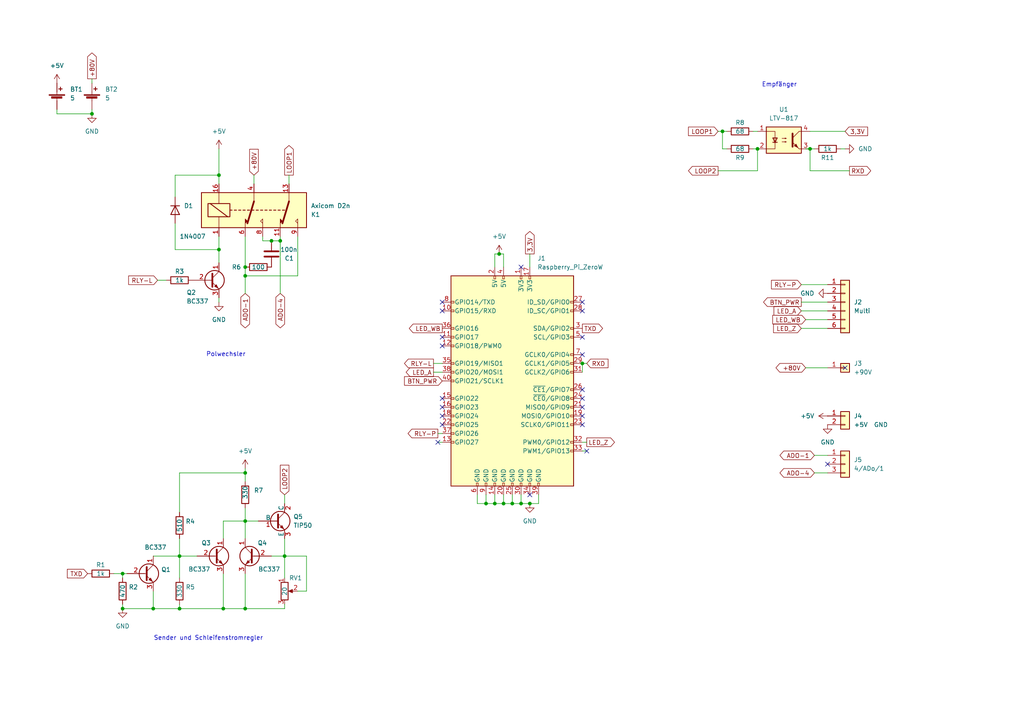
<source format=kicad_sch>
(kicad_sch (version 20231120) (generator "eeschema") (generator_version "8.0")
  (paper "A4")
  (lib_symbols
    (symbol "+5V_1" (power) (pin_numbers hide) (pin_names (offset 0) hide)
      (property "Value" "+5V" (at 0 3.556 0))
      (symbol "+5V_1_0_1"
        (polyline (pts (xy -0.762 1.27) (xy 0 2.54)))
        (polyline (pts (xy 0 0) (xy 0 2.54)))
        (polyline (pts (xy 0 2.54) (xy 0.762 1.27)))
      )
      (symbol "+5V_1_1_1"
        (pin power_in line (at 0 0 90) (length 0) (name "~") (number "1"))
      )
    )
    (symbol "Connector:Raspberry_Pi_2_3" (pin_names (offset 1.016))
      (property "Reference" "J" (at -17.78 31.75 0))
      (property "Value" "Raspberry_Pi_2_3" (at 10.16 -31.75 0))
      (symbol "Raspberry_Pi_2_3_0_1"
        (rectangle (start -17.78 30.48) (end 17.78 -30.48) (stroke (width 0.254)) (fill (type background)))
      )
      (symbol "Raspberry_Pi_2_3_1_1"
        (rectangle (start -16.891 -17.526) (end -17.78 -18.034))
        (rectangle (start -16.891 -14.986) (end -17.78 -15.494))
        (rectangle (start -16.891 -12.446) (end -17.78 -12.954))
        (rectangle (start -16.891 -9.906) (end -17.78 -10.414))
        (rectangle (start -16.891 -7.366) (end -17.78 -7.874))
        (rectangle (start -16.891 -4.826) (end -17.78 -5.334))
        (rectangle (start -16.891 0.254) (end -17.78 -0.254))
        (rectangle (start -16.891 2.794) (end -17.78 2.286))
        (rectangle (start -16.891 5.334) (end -17.78 4.826))
        (rectangle (start -16.891 10.414) (end -17.78 9.906))
        (rectangle (start -16.891 12.954) (end -17.78 12.446))
        (rectangle (start -16.891 15.494) (end -17.78 14.986))
        (rectangle (start -16.891 20.574) (end -17.78 20.066))
        (rectangle (start -16.891 23.114) (end -17.78 22.606))
        (rectangle (start -10.414 -29.591) (end -9.906 -30.48))
        (rectangle (start -7.874 -29.591) (end -7.366 -30.48))
        (rectangle (start -5.334 -29.591) (end -4.826 -30.48))
        (rectangle (start -5.334 30.48) (end -4.826 29.591))
        (rectangle (start -2.794 -29.591) (end -2.286 -30.48))
        (rectangle (start -2.794 30.48) (end -2.286 29.591))
        (rectangle (start -0.254 -29.591) (end 0.254 -30.48))
        (rectangle (start 2.286 -29.591) (end 2.794 -30.48))
        (rectangle (start 2.286 30.48) (end 2.794 29.591))
        (rectangle (start 4.826 -29.591) (end 5.334 -30.48))
        (rectangle (start 4.826 30.48) (end 5.334 29.591))
        (rectangle (start 7.366 -29.591) (end 7.874 -30.48))
        (rectangle (start 17.78 -20.066) (end 16.891 -20.574))
        (rectangle (start 17.78 -17.526) (end 16.891 -18.034))
        (rectangle (start 17.78 -12.446) (end 16.891 -12.954))
        (rectangle (start 17.78 -9.906) (end 16.891 -10.414))
        (rectangle (start 17.78 -7.366) (end 16.891 -7.874))
        (rectangle (start 17.78 -4.826) (end 16.891 -5.334))
        (rectangle (start 17.78 -2.286) (end 16.891 -2.794))
        (rectangle (start 17.78 2.794) (end 16.891 2.286))
        (rectangle (start 17.78 5.334) (end 16.891 4.826))
        (rectangle (start 17.78 7.874) (end 16.891 7.366))
        (rectangle (start 17.78 12.954) (end 16.891 12.446))
        (rectangle (start 17.78 15.494) (end 16.891 14.986))
        (rectangle (start 17.78 20.574) (end 16.891 20.066))
        (rectangle (start 17.78 23.114) (end 16.891 22.606))
        (pin power_in line (at 2.54 33.02 270) (length 2.54) (name "3V3") (number "1"))
        (pin bidirectional line (at -20.32 20.32 0) (length 2.54) (name "GPIO15/RXD") (number "10"))
        (pin bidirectional line (at -20.32 12.7 0) (length 2.54) (name "GPIO17") (number "11"))
        (pin bidirectional line (at -20.32 10.16 0) (length 2.54) (name "GPIO18/PWM0") (number "12"))
        (pin bidirectional line (at -20.32 -17.78 0) (length 2.54) (name "GPIO27") (number "13"))
        (pin power_in line (at -5.08 -33.02 90) (length 2.54) (name "GND") (number "14"))
        (pin bidirectional line (at -20.32 -5.08 0) (length 2.54) (name "GPIO22") (number "15"))
        (pin bidirectional line (at -20.32 -7.62 0) (length 2.54) (name "GPIO23") (number "16"))
        (pin power_in line (at 5.08 33.02 270) (length 2.54) (name "3V3") (number "17"))
        (pin bidirectional line (at -20.32 -10.16 0) (length 2.54) (name "GPIO24") (number "18"))
        (pin bidirectional line (at 20.32 -10.16 180) (length 2.54) (name "MOSI0/GPIO10") (number "19"))
        (pin power_in line (at -5.08 33.02 270) (length 2.54) (name "5V") (number "2"))
        (pin power_in line (at -2.54 -33.02 90) (length 2.54) (name "GND") (number "20"))
        (pin bidirectional line (at 20.32 -7.62 180) (length 2.54) (name "MISO0/GPIO9") (number "21"))
        (pin bidirectional line (at -20.32 -12.7 0) (length 2.54) (name "GPIO25") (number "22"))
        (pin bidirectional line (at 20.32 -12.7 180) (length 2.54) (name "SCLK0/GPIO11") (number "23"))
        (pin bidirectional line (at 20.32 -5.08 180) (length 2.54) (name "~{CE0}/GPIO8") (number "24"))
        (pin power_in line (at 0 -33.02 90) (length 2.54) (name "GND") (number "25"))
        (pin bidirectional line (at 20.32 -2.54 180) (length 2.54) (name "~{CE1}/GPIO7") (number "26"))
        (pin bidirectional line (at 20.32 22.86 180) (length 2.54) (name "ID_SD/GPIO0") (number "27"))
        (pin bidirectional line (at 20.32 20.32 180) (length 2.54) (name "ID_SC/GPIO1") (number "28"))
        (pin bidirectional line (at 20.32 5.08 180) (length 2.54) (name "GCLK1/GPIO5") (number "29"))
        (pin bidirectional line (at 20.32 15.24 180) (length 2.54) (name "SDA/GPIO2") (number "3"))
        (pin power_in line (at 2.54 -33.02 90) (length 2.54) (name "GND") (number "30"))
        (pin bidirectional line (at 20.32 2.54 180) (length 2.54) (name "GCLK2/GPIO6") (number "31"))
        (pin bidirectional line (at 20.32 -17.78 180) (length 2.54) (name "PWM0/GPIO12") (number "32"))
        (pin bidirectional line (at 20.32 -20.32 180) (length 2.54) (name "PWM1/GPIO13") (number "33"))
        (pin power_in line (at 5.08 -33.02 90) (length 2.54) (name "GND") (number "34"))
        (pin bidirectional line (at -20.32 5.08 0) (length 2.54) (name "GPIO19/MISO1") (number "35"))
        (pin bidirectional line (at -20.32 15.24 0) (length 2.54) (name "GPIO16") (number "36"))
        (pin bidirectional line (at -20.32 -15.24 0) (length 2.54) (name "GPIO26") (number "37"))
        (pin bidirectional line (at -20.32 2.54 0) (length 2.54) (name "GPIO20/MOSI1") (number "38"))
        (pin power_in line (at 7.62 -33.02 90) (length 2.54) (name "GND") (number "39"))
        (pin power_in line (at -2.54 33.02 270) (length 2.54) (name "5V") (number "4"))
        (pin bidirectional line (at -20.32 0 0) (length 2.54) (name "GPIO21/SCLK1") (number "40"))
        (pin bidirectional line (at 20.32 12.7 180) (length 2.54) (name "SCL/GPIO3") (number "5"))
        (pin power_in line (at -10.16 -33.02 90) (length 2.54) (name "GND") (number "6"))
        (pin bidirectional line (at 20.32 7.62 180) (length 2.54) (name "GCLK0/GPIO4") (number "7"))
        (pin bidirectional line (at -20.32 22.86 0) (length 2.54) (name "GPIO14/TXD") (number "8"))
        (pin power_in line (at -7.62 -33.02 90) (length 2.54) (name "GND") (number "9"))
      )
    )
    (symbol "Connector_Generic:Conn_01x01" (pin_names (offset 1.016) hide)
      (property "Reference" "J" (at 0 2.54 0))
      (property "Value" "Conn_01x01" (at 0 -2.54 0))
      (symbol "Conn_01x01_1_1"
        (rectangle (start -1.27 0.127) (end 0 -0.127) (stroke (width 0.1524)))
        (rectangle (start -1.27 1.27) (end 1.27 -1.27) (stroke (width 0.254)) (fill (type background)))
        (pin passive line (at -5.08 0 0) (length 3.81) (name "Pin_1") (number "1"))
      )
    )
    (symbol "Connector_Generic:Conn_01x02" (pin_names (offset 1.016) hide)
      (property "Reference" "J" (at 0 2.54 0))
      (property "Value" "Conn_01x02" (at 0 -5.08 0))
      (symbol "Conn_01x02_1_1"
        (rectangle (start -1.27 -2.413) (end 0 -2.667) (stroke (width 0.1524)))
        (rectangle (start -1.27 0.127) (end 0 -0.127) (stroke (width 0.1524)))
        (rectangle (start -1.27 1.27) (end 1.27 -3.81) (stroke (width 0.254)) (fill (type background)))
        (pin passive line (at -5.08 0 0) (length 3.81) (name "Pin_1") (number "1"))
        (pin passive line (at -5.08 -2.54 0) (length 3.81) (name "Pin_2") (number "2"))
      )
    )
    (symbol "Connector_Generic:Conn_01x03" (pin_names (offset 1.016) hide)
      (property "Reference" "J" (at 0 5.08 0))
      (property "Value" "Conn_01x03" (at 0 -5.08 0))
      (symbol "Conn_01x03_1_1"
        (rectangle (start -1.27 -2.413) (end 0 -2.667) (stroke (width 0.1524)))
        (rectangle (start -1.27 0.127) (end 0 -0.127) (stroke (width 0.1524)))
        (rectangle (start -1.27 2.667) (end 0 2.413) (stroke (width 0.1524)))
        (rectangle (start -1.27 3.81) (end 1.27 -3.81) (stroke (width 0.254)) (fill (type background)))
        (pin passive line (at -5.08 2.54 0) (length 3.81) (name "Pin_1") (number "1"))
        (pin passive line (at -5.08 0 0) (length 3.81) (name "Pin_2") (number "2"))
        (pin passive line (at -5.08 -2.54 0) (length 3.81) (name "Pin_3") (number "3"))
      )
    )
    (symbol "Connector_Generic:Conn_01x06" (pin_names (offset 1.016) hide)
      (property "Reference" "J" (at 0 7.62 0))
      (property "Value" "Conn_01x06" (at 0 -10.16 0))
      (symbol "Conn_01x06_1_1"
        (rectangle (start -1.27 -7.493) (end 0 -7.747) (stroke (width 0.1524)))
        (rectangle (start -1.27 -4.953) (end 0 -5.207) (stroke (width 0.1524)))
        (rectangle (start -1.27 -2.413) (end 0 -2.667) (stroke (width 0.1524)))
        (rectangle (start -1.27 0.127) (end 0 -0.127) (stroke (width 0.1524)))
        (rectangle (start -1.27 2.667) (end 0 2.413) (stroke (width 0.1524)))
        (rectangle (start -1.27 5.207) (end 0 4.953) (stroke (width 0.1524)))
        (rectangle (start -1.27 6.35) (end 1.27 -8.89) (stroke (width 0.254)) (fill (type background)))
        (pin passive line (at -5.08 5.08 0) (length 3.81) (name "Pin_1") (number "1"))
        (pin passive line (at -5.08 2.54 0) (length 3.81) (name "Pin_2") (number "2"))
        (pin passive line (at -5.08 0 0) (length 3.81) (name "Pin_3") (number "3"))
        (pin passive line (at -5.08 -2.54 0) (length 3.81) (name "Pin_4") (number "4"))
        (pin passive line (at -5.08 -5.08 0) (length 3.81) (name "Pin_5") (number "5"))
        (pin passive line (at -5.08 -7.62 0) (length 3.81) (name "Pin_6") (number "6"))
      )
    )
    (symbol "Device:Battery_Cell" (pin_numbers hide) (pin_names (offset 0) hide)
      (property "Reference" "BT" (at 2.54 2.54 0))
      (property "Value" "Battery_Cell" (at 2.54 0 0))
      (symbol "Battery_Cell_0_1"
        (rectangle (start -2.286 1.778) (end 2.286 1.524) (fill (type outline)))
        (rectangle (start -1.5748 1.1938) (end 1.4732 0.6858) (fill (type outline)))
        (polyline (pts (xy 0 0.762) (xy 0 0)))
        (polyline (pts (xy 0 1.778) (xy 0 2.54)))
        (polyline (pts (xy 0.508 3.429) (xy 1.524 3.429)) (stroke (width 0.254)))
        (polyline (pts (xy 1.016 3.937) (xy 1.016 2.921)) (stroke (width 0.254)))
      )
      (symbol "Battery_Cell_1_1"
        (pin passive line (at 0 5.08 270) (length 2.54) (name "+") (number "1"))
        (pin passive line (at 0 -2.54 90) (length 2.54) (name "-") (number "2"))
      )
    )
    (symbol "Device:C" (pin_numbers hide) (pin_names (offset 0.254))
      (property "Reference" "C" (at 0.635 2.54 0))
      (property "Value" "C" (at 0.635 -2.54 0))
      (symbol "C_0_1"
        (polyline (pts (xy -2.032 -0.762) (xy 2.032 -0.762)) (stroke (width 0.508)))
        (polyline (pts (xy -2.032 0.762) (xy 2.032 0.762)) (stroke (width 0.508)))
      )
      (symbol "C_1_1"
        (pin passive line (at 0 3.81 270) (length 2.794) (name "~") (number "1"))
        (pin passive line (at 0 -3.81 90) (length 2.794) (name "~") (number "2"))
      )
    )
    (symbol "Device:R" (pin_numbers hide) (pin_names (offset 0))
      (property "Reference" "R" (at 2.032 0 90))
      (property "Value" "R" (at 0 0 90))
      (symbol "R_0_1"
        (rectangle (start -1.016 -2.54) (end 1.016 2.54) (stroke (width 0.254)))
      )
      (symbol "R_1_1"
        (pin passive line (at 0 3.81 270) (length 1.27) (name "~") (number "1"))
        (pin passive line (at 0 -3.81 90) (length 1.27) (name "~") (number "2"))
      )
    )
    (symbol "Device:R_Potentiometer" (pin_names (offset 1.016) hide)
      (property "Reference" "RV" (at -4.445 0 90))
      (property "Value" "R_Potentiometer" (at -2.54 0 90))
      (symbol "R_Potentiometer_0_1"
        (polyline (pts (xy 2.54 0) (xy 1.524 0)))
        (polyline (pts (xy 1.143 0) (xy 2.286 0.508) (xy 2.286 -0.508) (xy 1.143 0)) (fill (type outline)))
        (rectangle (start 1.016 2.54) (end -1.016 -2.54) (stroke (width 0.254)))
      )
      (symbol "R_Potentiometer_1_1"
        (pin passive line (at 0 3.81 270) (length 1.27) (name "1") (number "1"))
        (pin passive line (at 3.81 0 180) (length 1.27) (name "2") (number "2"))
        (pin passive line (at 0 -3.81 90) (length 1.27) (name "3") (number "3"))
      )
    )
    (symbol "Diode:1N4007" (pin_numbers hide) (pin_names (offset 1.016) hide)
      (property "Reference" "D" (at 0 2.54 0))
      (property "Value" "1N4007" (at 0 -2.54 0))
      (symbol "1N4007_0_1"
        (polyline (pts (xy -1.27 1.27) (xy -1.27 -1.27)) (stroke (width 0.254)))
        (polyline (pts (xy 1.27 0) (xy -1.27 0)))
        (polyline (pts (xy 1.27 1.27) (xy 1.27 -1.27) (xy -1.27 0) (xy 1.27 1.27)) (stroke (width 0.254)))
      )
      (symbol "1N4007_1_1"
        (pin passive line (at -3.81 0 0) (length 2.54) (name "K") (number "1"))
        (pin passive line (at 3.81 0 180) (length 2.54) (name "A") (number "2"))
      )
    )
    (symbol "GND_1" (power) (pin_numbers hide) (pin_names (offset 0) hide)
      (property "Value" "GND" (at 0 -3.81 0))
      (symbol "GND_1_0_1"
        (polyline (pts (xy 0 0) (xy 0 -1.27) (xy 1.27 -1.27) (xy 0 -2.54) (xy -1.27 -1.27) (xy 0 -1.27)))
      )
      (symbol "GND_1_1_1"
        (pin power_in line (at 0 0 270) (length 0) (name "~") (number "1"))
      )
    )
    (symbol "Isolator:LTV-817" (pin_names (offset 1.016))
      (property "Reference" "U" (at -5.08 5.08 0))
      (property "Value" "LTV-817" (at 0 5.08 0))
      (symbol "LTV-817_0_1"
        (rectangle (start -5.08 3.81) (end 5.08 -3.81) (stroke (width 0.254)) (fill (type background)))
        (polyline (pts (xy -3.175 -0.635) (xy -1.905 -0.635)) (stroke (width 0.254)))
        (polyline (pts (xy 2.54 0.635) (xy 4.445 2.54)))
        (polyline (pts (xy 4.445 -2.54) (xy 2.54 -0.635)) (fill (type outline)))
        (polyline (pts (xy 4.445 -2.54) (xy 5.08 -2.54)))
        (polyline (pts (xy 4.445 2.54) (xy 5.08 2.54)))
        (polyline (pts (xy -5.08 2.54) (xy -2.54 2.54) (xy -2.54 -0.762)))
        (polyline (pts (xy -2.54 -0.635) (xy -2.54 -2.54) (xy -5.08 -2.54)))
        (polyline (pts (xy 2.54 1.905) (xy 2.54 -1.905) (xy 2.54 -1.905)) (stroke (width 0.508)))
        (polyline (pts (xy -2.54 -0.635) (xy -3.175 0.635) (xy -1.905 0.635) (xy -2.54 -0.635)) (stroke (width 0.254)))
        (polyline (pts (xy -0.508 -0.508) (xy 0.762 -0.508) (xy 0.381 -0.635) (xy 0.381 -0.381) (xy 0.762 -0.508)))
        (polyline (pts (xy -0.508 0.508) (xy 0.762 0.508) (xy 0.381 0.381) (xy 0.381 0.635) (xy 0.762 0.508)))
        (polyline (pts (xy 3.048 -1.651) (xy 3.556 -1.143) (xy 4.064 -2.159) (xy 3.048 -1.651) (xy 3.048 -1.651)) (fill (type outline)))
      )
      (symbol "LTV-817_1_1"
        (pin passive line (at -7.62 2.54 0) (length 2.54) (name "~") (number "1"))
        (pin passive line (at -7.62 -2.54 0) (length 2.54) (name "~") (number "2"))
        (pin passive line (at 7.62 -2.54 180) (length 2.54) (name "~") (number "3"))
        (pin passive line (at 7.62 2.54 180) (length 2.54) (name "~") (number "4"))
      )
    )
    (symbol "Relay:G5V-2"
      (property "Reference" "K" (at 16.51 3.81 0))
      (property "Value" "G5V-2" (at 16.51 1.27 0))
      (symbol "G5V-2_0_1"
        (rectangle (start -15.24 5.08) (end 15.24 -5.08) (stroke (width 0.254)) (fill (type background)))
        (rectangle (start -13.335 1.905) (end -6.985 -1.905) (stroke (width 0.254)))
        (polyline (pts (xy -12.7 -1.905) (xy -7.62 1.905)) (stroke (width 0.254)))
        (polyline (pts (xy -10.16 -5.08) (xy -10.16 -1.905)))
        (polyline (pts (xy -10.16 5.08) (xy -10.16 1.905)))
        (polyline (pts (xy -6.985 0) (xy -6.35 0)) (stroke (width 0.254)))
        (polyline (pts (xy -5.715 0) (xy -5.08 0)) (stroke (width 0.254)))
        (polyline (pts (xy -4.445 0) (xy -3.81 0)) (stroke (width 0.254)))
        (polyline (pts (xy -3.175 0) (xy -2.54 0)) (stroke (width 0.254)))
        (polyline (pts (xy -1.905 0) (xy -1.27 0)) (stroke (width 0.254)))
        (polyline (pts (xy -0.635 0) (xy 0 0)) (stroke (width 0.254)))
        (polyline (pts (xy 0 -2.54) (xy -1.905 3.81)) (stroke (width 0.508)))
        (polyline (pts (xy 0 -2.54) (xy 0 -5.08)))
        (polyline (pts (xy 0.635 0) (xy 1.27 0)) (stroke (width 0.254)))
        (polyline (pts (xy 1.905 0) (xy 2.54 0)) (stroke (width 0.254)))
        (polyline (pts (xy 3.175 0) (xy 3.81 0)) (stroke (width 0.254)))
        (polyline (pts (xy 4.445 0) (xy 5.08 0)) (stroke (width 0.254)))
        (polyline (pts (xy 5.715 0) (xy 6.35 0)) (stroke (width 0.254)))
        (polyline (pts (xy 6.985 0) (xy 7.62 0)) (stroke (width 0.254)))
        (polyline (pts (xy 8.255 0) (xy 8.89 0)) (stroke (width 0.254)))
        (polyline (pts (xy 10.16 -2.54) (xy 8.255 3.81)) (stroke (width 0.508)))
        (polyline (pts (xy 10.16 -2.54) (xy 10.16 -5.08)))
        (polyline (pts (xy -2.54 5.08) (xy -2.54 2.54) (xy -1.905 3.175) (xy -2.54 3.81)) (fill (type outline)))
        (polyline (pts (xy 2.54 5.08) (xy 2.54 2.54) (xy 1.905 3.175) (xy 2.54 3.81)))
        (polyline (pts (xy 7.62 5.08) (xy 7.62 2.54) (xy 8.255 3.175) (xy 7.62 3.81)) (fill (type outline)))
        (polyline (pts (xy 12.7 5.08) (xy 12.7 2.54) (xy 12.065 3.175) (xy 12.7 3.81)))
      )
      (symbol "G5V-2_1_1"
        (pin passive line (at -10.16 7.62 270) (length 2.54) (name "~") (number "1"))
        (pin passive line (at 7.62 7.62 270) (length 2.54) (name "~") (number "11"))
        (pin passive line (at 10.16 -7.62 90) (length 2.54) (name "~") (number "13"))
        (pin passive line (at -10.16 -7.62 90) (length 2.54) (name "~") (number "16"))
        (pin passive line (at 0 -7.62 90) (length 2.54) (name "~") (number "4"))
        (pin passive line (at -2.54 7.62 270) (length 2.54) (name "~") (number "6"))
        (pin passive line (at 2.54 7.62 270) (length 2.54) (name "~") (number "8"))
        (pin passive line (at 12.7 7.62 270) (length 2.54) (name "~") (number "9"))
      )
    )
    (symbol "Transistor_BJT:BC337" (pin_names (offset 0) hide)
      (property "Reference" "Q" (at 5.08 1.905 0))
      (property "Value" "BC337" (at 5.08 0 0))
      (symbol "BC337_0_1"
        (polyline (pts (xy 0 0) (xy 0.635 0)))
        (polyline (pts (xy 0.635 0.635) (xy 2.54 2.54)))
        (polyline (pts (xy 0.635 -0.635) (xy 2.54 -2.54) (xy 2.54 -2.54)))
        (polyline (pts (xy 0.635 1.905) (xy 0.635 -1.905) (xy 0.635 -1.905)) (stroke (width 0.508)))
        (polyline (pts (xy 1.27 -1.778) (xy 1.778 -1.27) (xy 2.286 -2.286) (xy 1.27 -1.778) (xy 1.27 -1.778)) (fill (type outline)))
        (circle (center 1.27 0) (radius 2.8194) (stroke (width 0.254)))
      )
      (symbol "BC337_1_1"
        (pin passive line (at 2.54 5.08 270) (length 2.54) (name "C") (number "1"))
        (pin input line (at -5.08 0 0) (length 5.08) (name "B") (number "2"))
        (pin passive line (at 2.54 -5.08 90) (length 2.54) (name "E") (number "3"))
      )
    )
    (symbol "Transistor_BJT:TIP41C" (pin_names (offset 0))
      (property "Reference" "Q" (at 6.35 1.905 0))
      (property "Value" "TIP41C" (at 6.35 0 0))
      (symbol "TIP41C_0_1"
        (polyline (pts (xy 0.635 0.635) (xy 2.54 2.54)))
        (polyline (pts (xy 0.635 -0.635) (xy 2.54 -2.54) (xy 2.54 -2.54)))
        (polyline (pts (xy 0.635 1.905) (xy 0.635 -1.905) (xy 0.635 -1.905)) (stroke (width 0.508)))
        (polyline (pts (xy 1.27 -1.778) (xy 1.778 -1.27) (xy 2.286 -2.286) (xy 1.27 -1.778) (xy 1.27 -1.778)) (fill (type outline)))
        (circle (center 1.27 0) (radius 2.8194) (stroke (width 0.254)))
      )
      (symbol "TIP41C_1_1"
        (pin input line (at -5.08 0 0) (length 5.715) (name "B") (number "1"))
        (pin passive line (at 2.54 5.08 270) (length 2.54) (name "C") (number "2"))
        (pin passive line (at 2.54 -5.08 90) (length 2.54) (name "E") (number "3"))
      )
    )
    (symbol "power:+5V" (power) (pin_names (offset 0))
      (property "Value" "+5V" (at 0 3.556 0))
      (symbol "+5V_0_1"
        (polyline (pts (xy -0.762 1.27) (xy 0 2.54)))
        (polyline (pts (xy 0 0) (xy 0 2.54)))
        (polyline (pts (xy 0 2.54) (xy 0.762 1.27)))
      )
      (symbol "+5V_1_1"
        (pin power_in line (at 0 0 90) (length 0) hide (name "+5V") (number "1"))
      )
    )
    (symbol "power:GND" (power) (pin_names (offset 0))
      (property "Value" "GND" (at 0 -3.81 0))
      (symbol "GND_0_1"
        (polyline (pts (xy 0 0) (xy 0 -1.27) (xy 1.27 -1.27) (xy 0 -2.54) (xy -1.27 -1.27) (xy 0 -1.27)))
      )
      (symbol "GND_1_1"
        (pin power_in line (at 0 0 270) (length 0) hide (name "GND") (number "1"))
      )
    )
  )
  (junction (at 52.07 161.29))
  (junction (at 71.12 137.16))
  (junction (at 35.56 176.53))
  (junction (at 234.95 43.18))
  (junction (at 153.67 146.05))
  (junction (at 82.55 161.29))
  (junction (at 78.74 69.85))
  (junction (at 143.51 146.05))
  (junction (at 63.5 72.39))
  (junction (at 35.56 166.37))
  (junction (at 151.13 146.05))
  (junction (at 63.5 50.8))
  (junction (at 168.91 105.41))
  (junction (at 144.78 73.66))
  (junction (at 140.97 146.05))
  (junction (at 81.28 69.85))
  (junction (at 71.12 176.53))
  (junction (at 26.67 33.02))
  (junction (at 148.59 146.05))
  (junction (at 71.12 80.01))
  (junction (at 71.12 151.13))
  (junction (at 146.05 146.05))
  (junction (at 209.55 38.1))
  (junction (at 71.12 77.47))
  (junction (at 52.07 176.53))
  (junction (at 44.45 176.53))
  (junction (at 219.71 43.18))
  (junction (at 64.77 176.53))
  (no_connect (at 240.03 134.62))
  (no_connect (at 170.18 130.81))
  (no_connect (at 128.27 97.79))
  (no_connect (at 128.27 115.57))
  (no_connect (at 245.11 106.68))
  (no_connect (at 151.13 77.47))
  (no_connect (at 153.67 143.51))
  (no_connect (at 127 128.27))
  (no_connect (at 168.91 90.17))
  (no_connect (at 168.91 97.79))
  (no_connect (at 168.91 102.87))
  (no_connect (at 168.91 87.63))
  (no_connect (at 128.27 100.33))
  (no_connect (at 128.27 123.19))
  (no_connect (at 128.27 120.65))
  (no_connect (at 168.91 113.03))
  (no_connect (at 168.91 115.57))
  (no_connect (at 168.91 118.11))
  (no_connect (at 168.91 120.65))
  (no_connect (at 168.91 123.19))
  (no_connect (at 128.27 87.63))
  (no_connect (at 128.27 90.17))
  (no_connect (at 128.27 118.11))
  (wire (pts (xy 33.02 166.37) (xy 35.56 166.37)))
  (wire (pts (xy 71.12 151.13) (xy 71.12 156.21)))
  (wire (pts (xy 236.22 132.08) (xy 240.03 132.08)))
  (wire (pts (xy 64.77 176.53) (xy 71.12 176.53)))
  (wire (pts (xy 146.05 143.51) (xy 146.05 146.05)))
  (wire (pts (xy 63.5 50.8) (xy 63.5 53.34)))
  (wire (pts (xy 127 125.73) (xy 128.27 125.73)))
  (wire (pts (xy 208.28 38.1) (xy 209.55 38.1)))
  (wire (pts (xy 73.66 53.34) (xy 73.66 50.8)))
  (wire (pts (xy 232.41 90.17) (xy 240.03 90.17)))
  (wire (pts (xy 26.67 22.86) (xy 26.67 24.13)))
  (wire (pts (xy 16.51 33.02) (xy 26.67 33.02)))
  (wire (pts (xy 143.51 73.66) (xy 144.78 73.66)))
  (wire (pts (xy 83.82 53.34) (xy 83.82 50.8)))
  (wire (pts (xy 71.12 77.47) (xy 71.12 68.58)))
  (wire (pts (xy 209.55 43.18) (xy 210.82 43.18)))
  (wire (pts (xy 140.97 143.51) (xy 140.97 146.05)))
  (wire (pts (xy 148.59 143.51) (xy 148.59 146.05)))
  (wire (pts (xy 81.28 85.09) (xy 81.28 69.85)))
  (wire (pts (xy 168.91 130.81) (xy 170.18 130.81)))
  (wire (pts (xy 233.68 106.68) (xy 240.03 106.68)))
  (wire (pts (xy 234.95 38.1) (xy 245.11 38.1)))
  (wire (pts (xy 218.44 38.1) (xy 219.71 38.1)))
  (wire (pts (xy 63.5 86.36) (xy 63.5 87.63)))
  (wire (pts (xy 35.56 166.37) (xy 36.83 166.37)))
  (wire (pts (xy 52.07 167.64) (xy 52.07 161.29)))
  (wire (pts (xy 71.12 166.37) (xy 71.12 176.53)))
  (wire (pts (xy 218.44 43.18) (xy 219.71 43.18)))
  (wire (pts (xy 219.71 49.53) (xy 208.28 49.53)))
  (wire (pts (xy 236.22 137.16) (xy 240.03 137.16)))
  (wire (pts (xy 45.72 81.28) (xy 48.26 81.28)))
  (wire (pts (xy 71.12 137.16) (xy 71.12 139.7)))
  (wire (pts (xy 50.8 50.8) (xy 50.8 57.15)))
  (wire (pts (xy 209.55 38.1) (xy 209.55 43.18)))
  (wire (pts (xy 35.56 175.26) (xy 35.56 176.53)))
  (wire (pts (xy 138.43 143.51) (xy 138.43 146.05)))
  (wire (pts (xy 146.05 73.66) (xy 146.05 77.47)))
  (wire (pts (xy 63.5 68.58) (xy 63.5 72.39)))
  (wire (pts (xy 71.12 176.53) (xy 82.55 176.53)))
  (wire (pts (xy 63.5 72.39) (xy 63.5 76.2)))
  (wire (pts (xy 71.12 80.01) (xy 71.12 77.47)))
  (wire (pts (xy 233.68 92.71) (xy 240.03 92.71)))
  (wire (pts (xy 76.2 68.58) (xy 76.2 69.85)))
  (wire (pts (xy 146.05 146.05) (xy 148.59 146.05)))
  (wire (pts (xy 234.95 43.18) (xy 234.95 49.53)))
  (wire (pts (xy 153.67 146.05) (xy 156.21 146.05)))
  (wire (pts (xy 156.21 143.51) (xy 156.21 146.05)))
  (wire (pts (xy 140.97 146.05) (xy 143.51 146.05)))
  (wire (pts (xy 52.07 161.29) (xy 57.15 161.29)))
  (wire (pts (xy 153.67 73.66) (xy 153.67 77.47)))
  (wire (pts (xy 243.84 43.18) (xy 245.11 43.18)))
  (wire (pts (xy 232.41 87.63) (xy 240.03 87.63)))
  (wire (pts (xy 88.9 161.29) (xy 82.55 161.29)))
  (wire (pts (xy 71.12 85.09) (xy 71.12 80.01)))
  (wire (pts (xy 234.95 49.53) (xy 246.38 49.53)))
  (wire (pts (xy 71.12 151.13) (xy 74.93 151.13)))
  (wire (pts (xy 144.78 73.66) (xy 146.05 73.66)))
  (wire (pts (xy 76.2 69.85) (xy 78.74 69.85)))
  (wire (pts (xy 52.07 161.29) (xy 44.45 161.29)))
  (wire (pts (xy 52.07 156.21) (xy 52.07 161.29)))
  (wire (pts (xy 232.41 82.55) (xy 240.03 82.55)))
  (wire (pts (xy 52.07 137.16) (xy 71.12 137.16)))
  (wire (pts (xy 78.74 161.29) (xy 82.55 161.29)))
  (wire (pts (xy 81.28 69.85) (xy 81.28 68.58)))
  (wire (pts (xy 219.71 43.18) (xy 219.71 49.53)))
  (wire (pts (xy 63.5 50.8) (xy 50.8 50.8)))
  (wire (pts (xy 82.55 156.21) (xy 82.55 161.29)))
  (wire (pts (xy 143.51 146.05) (xy 146.05 146.05)))
  (wire (pts (xy 71.12 80.01) (xy 86.36 80.01)))
  (wire (pts (xy 52.07 176.53) (xy 44.45 176.53)))
  (wire (pts (xy 64.77 151.13) (xy 64.77 156.21)))
  (wire (pts (xy 52.07 137.16) (xy 52.07 148.59)))
  (wire (pts (xy 86.36 171.45) (xy 88.9 171.45)))
  (wire (pts (xy 71.12 135.89) (xy 71.12 137.16)))
  (wire (pts (xy 82.55 143.51) (xy 82.55 146.05)))
  (wire (pts (xy 168.91 105.41) (xy 170.18 105.41)))
  (wire (pts (xy 127 128.27) (xy 128.27 128.27)))
  (wire (pts (xy 168.91 105.41) (xy 168.91 107.95)))
  (wire (pts (xy 64.77 166.37) (xy 64.77 176.53)))
  (wire (pts (xy 125.73 107.95) (xy 128.27 107.95)))
  (wire (pts (xy 50.8 72.39) (xy 63.5 72.39)))
  (wire (pts (xy 82.55 175.26) (xy 82.55 176.53)))
  (wire (pts (xy 26.67 31.75) (xy 26.67 33.02)))
  (wire (pts (xy 64.77 151.13) (xy 71.12 151.13)))
  (wire (pts (xy 16.51 33.02) (xy 16.51 31.75)))
  (wire (pts (xy 35.56 176.53) (xy 44.45 176.53)))
  (wire (pts (xy 63.5 43.18) (xy 63.5 50.8)))
  (wire (pts (xy 78.74 69.85) (xy 81.28 69.85)))
  (wire (pts (xy 143.51 77.47) (xy 143.51 73.66)))
  (wire (pts (xy 232.41 95.25) (xy 240.03 95.25)))
  (wire (pts (xy 50.8 64.77) (xy 50.8 72.39)))
  (wire (pts (xy 148.59 146.05) (xy 151.13 146.05)))
  (wire (pts (xy 143.51 143.51) (xy 143.51 146.05)))
  (wire (pts (xy 125.73 105.41) (xy 128.27 105.41)))
  (wire (pts (xy 86.36 80.01) (xy 86.36 68.58)))
  (wire (pts (xy 151.13 146.05) (xy 153.67 146.05)))
  (wire (pts (xy 138.43 146.05) (xy 140.97 146.05)))
  (wire (pts (xy 82.55 161.29) (xy 82.55 167.64)))
  (wire (pts (xy 170.18 128.27) (xy 168.91 128.27)))
  (wire (pts (xy 52.07 176.53) (xy 64.77 176.53)))
  (wire (pts (xy 151.13 143.51) (xy 151.13 146.05)))
  (wire (pts (xy 71.12 147.32) (xy 71.12 151.13)))
  (wire (pts (xy 52.07 175.26) (xy 52.07 176.53)))
  (wire (pts (xy 209.55 38.1) (xy 210.82 38.1)))
  (wire (pts (xy 88.9 161.29) (xy 88.9 171.45)))
  (wire (pts (xy 44.45 171.45) (xy 44.45 176.53)))
  (wire (pts (xy 234.95 43.18) (xy 236.22 43.18)))
  (wire (pts (xy 233.68 43.18) (xy 234.95 43.18)))
  (wire (pts (xy 35.56 167.64) (xy 35.56 166.37)))
  (text "Polwechsler" (at 65.532 102.87 0) (effects (font (size 1.27 1.27))))
  (text "Sender und Schleifenstromregler" (at 60.452 185.166 0) (effects (font (size 1.27 1.27))))
  (text "Empfänger" (at 226.06 24.638 0) (effects (font (size 1.27 1.27))))
  (global_label "LOOP2" (shape input) (at 82.55 143.51 90) (property "Intersheetrefs" "${INTERSHEET_REFS}" (effects (hide yes))) (property "Referenzen zwischen Schaltplänen" "${INTERSHEET_REFS}" (effects (hide yes))))
  (global_label "ADO-1" (shape bidirectional) (at 236.22 132.08 180) (property "Intersheetrefs" "${INTERSHEET_REFS}" (effects (hide yes))) (property "Referenzen zwischen Schaltplänen" "${INTERSHEET_REFS}" (effects (hide yes))))
  (global_label "+80V" (shape output) (at 26.67 22.86 90) (property "Intersheetrefs" "${INTERSHEET_REFS}" (effects (hide yes))) (property "Referenzen zwischen Schaltplänen" "${INTERSHEET_REFS}" (effects (hide yes))))
  (global_label "+80V" (shape input) (at 73.66 50.8 90) (property "Intersheetrefs" "${INTERSHEET_REFS}" (effects (hide yes))) (property "Referenzen zwischen Schaltplänen" "${INTERSHEET_REFS}" (effects (hide yes))))
  (global_label "LOOP1" (shape input) (at 208.28 38.1 180) (property "Intersheetrefs" "${INTERSHEET_REFS}" (effects (hide yes))) (property "Referenzen zwischen Schaltplänen" "${INTERSHEET_REFS}" (effects (hide yes))))
  (global_label "LOOP2" (shape output) (at 208.28 49.53 180) (property "Intersheetrefs" "${INTERSHEET_REFS}" (effects (hide yes))) (property "Referenzen zwischen Schaltplänen" "${INTERSHEET_REFS}" (effects (hide yes))))
  (global_label "LED_Z" (shape input) (at 232.41 95.25 180) (property "Intersheetrefs" "${INTERSHEET_REFS}" (effects (hide yes))) (property "Referenzen zwischen Schaltplänen" "${INTERSHEET_REFS}" (effects (hide yes))))
  (global_label "RLY-P" (shape output) (at 127 125.73 180) (property "Intersheetrefs" "${INTERSHEET_REFS}" (effects (hide yes))) (property "Referenzen zwischen Schaltplänen" "${INTERSHEET_REFS}" (effects (hide yes))))
  (global_label "TXD" (shape input) (at 25.4 166.37 180) (property "Intersheetrefs" "${INTERSHEET_REFS}" (effects (hide yes))) (property "Referenzen zwischen Schaltplänen" "${INTERSHEET_REFS}" (effects (hide yes))))
  (global_label "ADO-1" (shape bidirectional) (at 71.12 85.09 270) (property "Intersheetrefs" "${INTERSHEET_REFS}" (effects (hide yes))) (property "Referenzen zwischen Schaltplänen" "${INTERSHEET_REFS}" (effects (hide yes))))
  (global_label "ADO-4" (shape bidirectional) (at 236.22 137.16 180) (property "Intersheetrefs" "${INTERSHEET_REFS}" (effects (hide yes))) (property "Referenzen zwischen Schaltplänen" "${INTERSHEET_REFS}" (effects (hide yes))))
  (global_label "RXD" (shape output) (at 246.38 49.53 0) (property "Intersheetrefs" "${INTERSHEET_REFS}" (effects (hide yes))) (property "Referenzen zwischen Schaltplänen" "${INTERSHEET_REFS}" (effects (hide yes))))
  (global_label "TXD" (shape output) (at 168.91 95.25 0) (property "Intersheetrefs" "${INTERSHEET_REFS}" (effects (hide yes))) (property "Referenzen zwischen Schaltplänen" "${INTERSHEET_REFS}" (effects (hide yes))))
  (global_label "RLY-L" (shape output) (at 125.73 105.41 180) (property "Intersheetrefs" "${INTERSHEET_REFS}" (effects (hide yes))) (property "Referenzen zwischen Schaltplänen" "${INTERSHEET_REFS}" (effects (hide yes))))
  (global_label "LED_Z" (shape output) (at 170.18 128.27 0) (property "Intersheetrefs" "${INTERSHEET_REFS}" (effects (hide yes))) (property "Referenzen zwischen Schaltplänen" "${INTERSHEET_REFS}" (effects (hide yes))))
  (global_label "RLY-L" (shape input) (at 45.72 81.28 180) (property "Intersheetrefs" "${INTERSHEET_REFS}" (effects (hide yes))) (property "Referenzen zwischen Schaltplänen" "${INTERSHEET_REFS}" (effects (hide yes))))
  (global_label "LED_WB" (shape output) (at 128.27 95.25 180) (property "Intersheetrefs" "${INTERSHEET_REFS}" (effects (hide yes))) (property "Referenzen zwischen Schaltplänen" "${INTERSHEET_REFS}" (effects (hide yes))))
  (global_label "+80V" (shape bidirectional) (at 233.68 106.68 180) (property "Intersheetrefs" "${INTERSHEET_REFS}" (effects (hide yes))))
  (global_label "BTN_PWR" (shape output) (at 232.41 87.63 180) (property "Intersheetrefs" "${INTERSHEET_REFS}" (effects (hide yes))) (property "Referenzen zwischen Schaltplänen" "${INTERSHEET_REFS}" (effects (hide yes))))
  (global_label "RXD" (shape input) (at 170.18 105.41 0) (property "Intersheetrefs" "${INTERSHEET_REFS}" (effects (hide yes))) (property "Referenzen zwischen Schaltplänen" "${INTERSHEET_REFS}" (effects (hide yes))))
  (global_label "LED_WB" (shape input) (at 233.68 92.71 180) (property "Intersheetrefs" "${INTERSHEET_REFS}" (effects (hide yes))) (property "Referenzen zwischen Schaltplänen" "${INTERSHEET_REFS}" (effects (hide yes))))
  (global_label "3,3V" (shape input) (at 245.11 38.1 0) (property "Intersheetrefs" "${INTERSHEET_REFS}" (effects (hide yes))))
  (global_label "LED_A" (shape output) (at 125.73 107.95 180) (property "Intersheetrefs" "${INTERSHEET_REFS}" (effects (hide yes))) (property "Referenzen zwischen Schaltplänen" "${INTERSHEET_REFS}" (effects (hide yes))))
  (global_label "ADO-4" (shape bidirectional) (at 81.28 85.09 270) (property "Intersheetrefs" "${INTERSHEET_REFS}" (effects (hide yes))) (property "Referenzen zwischen Schaltplänen" "${INTERSHEET_REFS}" (effects (hide yes))))
  (global_label "LOOP1" (shape output) (at 83.82 50.8 90) (property "Intersheetrefs" "${INTERSHEET_REFS}" (effects (hide yes))) (property "Referenzen zwischen Schaltplänen" "${INTERSHEET_REFS}" (effects (hide yes))))
  (global_label "LED_A" (shape input) (at 232.41 90.17 180) (property "Intersheetrefs" "${INTERSHEET_REFS}" (effects (hide yes))) (property "Referenzen zwischen Schaltplänen" "${INTERSHEET_REFS}" (effects (hide yes))))
  (global_label "BTN_PWR" (shape input) (at 128.27 110.49 180) (property "Intersheetrefs" "${INTERSHEET_REFS}" (effects (hide yes))) (property "Referenzen zwischen Schaltplänen" "${INTERSHEET_REFS}" (effects (hide yes))))
  (global_label "3,3V" (shape output) (at 153.67 73.66 90) (property "Intersheetrefs" "${INTERSHEET_REFS}" (effects (hide yes))))
  (global_label "RLY-P" (shape input) (at 232.41 82.55 180) (property "Intersheetrefs" "${INTERSHEET_REFS}" (effects (hide yes))) (property "Referenzen zwischen Schaltplänen" "${INTERSHEET_REFS}" (effects (hide yes))))
  (symbol (lib_id "power:GND") (at 26.67 33.02 0) (unit 1)
    (property "Reference" "#PWR02" (effects (hide yes)))
    (property "Value" "GND" (at 26.67 38.1 0))
  )
  (symbol (lib_id "Device:Battery_Cell") (at 16.51 29.21 0) (unit 1) (on_board no)
    (property "Reference" "BT1" (at 20.32 25.9079 0) (effects (justify left)))
    (property "Value" "5" (at 20.32 28.4479 0) (effects (justify left)))
    (property "Sim.Device" "V" (effects (hide yes)))
    (property "Sim.Type" "DC" (effects (hide yes)))
    (property "Sim.Pins" "1=+ 2=-" (effects (hide yes)))
  )
  (symbol (lib_id "Device:R") (at 52.07 81.28 270) (unit 1)
    (property "Reference" "R3" (at 52.07 78.74 90))
    (property "Value" "1k" (at 52.07 81.28 90))
    (property "Footprint" "Resistor_THT:R_Axial_DIN0207_L6.3mm_D2.5mm_P2.54mm_Vertical" (effects (hide yes)))
  )
  (symbol (lib_id "power:+5V") (at 63.5 43.18 0) (unit 1)
    (property "Reference" "#PWR04" (effects (hide yes)))
    (property "Value" "+5V" (at 63.5 38.1 0))
  )
  (symbol (lib_id "Transistor_BJT:BC337") (at 41.91 166.37 0) (unit 1)
    (property "Reference" "Q1" (at 46.7614 165.2016 0) (effects (justify left)))
    (property "Value" "BC337" (at 41.91 158.75 0) (effects (justify left)))
    (property "Footprint" "Package_TO_SOT_THT:TO-92_Inline_Wide" (effects (hide yes)))
    (property "Datasheet" "https://diotec.com/tl_files/diotec/files/pdf/datasheets/bc337.pdf" (effects (hide yes)))
  )
  (symbol (lib_id "power:+5V") (at 16.51 24.13 0) (unit 1)
    (property "Reference" "#PWR01" (effects (hide yes)))
    (property "Value" "+5V" (at 16.51 19.05 0))
  )
  (symbol (lib_id "power:GND") (at 153.67 146.05 0) (unit 1)
    (property "Reference" "#PWR08" (effects (hide yes)))
    (property "Value" "GND" (at 153.67 151.13 0))
  )
  (symbol (lib_id "Connector_Generic:Conn_01x03") (at 245.11 134.62 0) (unit 1)
    (property "Reference" "J5" (at 247.65 133.3499 0) (effects (justify left)))
    (property "Value" "4/ADo/1" (at 247.65 135.8899 0) (effects (justify left)))
    (property "Footprint" "Connector_Molex:Molex_KK-254_AE-6410-03A_1x03_P2.54mm_Vertical" (effects (hide yes)))
    (property "Description" "Generic connector, single row, 01x03, script generated (kicad-library-utils/schlib/autogen/connector/)" (effects (hide yes)))
  )
  (symbol (lib_id "Device:R_Potentiometer") (at 82.55 171.45 0) (unit 1)
    (property "Reference" "RV1" (at 87.63 167.64 0) (effects (justify right)))
    (property "Value" "20" (at 82.55 170.18 90) (effects (justify right)))
    (property "Footprint" "Potentiometer_THT:Potentiometer_Bourns_3296W_Vertical" (effects (hide yes)))
  )
  (symbol (lib_id "Connector_Generic:Conn_01x02") (at 245.11 120.65 0) (unit 1)
    (property "Reference" "J4" (at 247.65 120.6499 0) (effects (justify left)))
    (property "Value" "+5V  GND" (at 247.65 123.1899 0) (effects (justify left)))
    (property "Footprint" "Connector_Molex:Molex_KK-254_AE-6410-02A_1x02_P2.54mm_Vertical" (effects (hide yes)))
    (property "Description" "Generic connector, single row, 01x02, script generated (kicad-library-utils/schlib/autogen/connector/)" (effects (hide yes)))
  )
  (symbol (lib_id "Device:R") (at 240.03 43.18 270) (unit 1)
    (property "Reference" "R11" (at 240.03 45.72 90))
    (property "Value" "1k" (at 240.03 43.18 90))
    (property "Footprint" "Resistor_THT:R_Axial_DIN0207_L6.3mm_D2.5mm_P2.54mm_Vertical" (effects (hide yes)))
  )
  (symbol (lib_id "Diode:1N4007") (at 50.8 60.96 270) (unit 1)
    (property "Reference" "D1" (at 53.34 59.6899 90) (effects (justify left)))
    (property "Value" "1N4007" (at 52.07 68.58 90) (effects (justify left)))
    (property "Footprint" "Diode_THT:D_DO-41_SOD81_P7.62mm_Horizontal" (effects (hide yes)))
    (property "Datasheet" "http://www.vishay.com/docs/88503/1n4001.pdf" (effects (hide yes)))
  )
  (symbol (lib_id "power:+5V") (at 71.12 135.89 0) (unit 1)
    (property "Reference" "#PWR06" (effects (hide yes)))
    (property "Value" "+5V" (at 71.12 130.81 0))
  )
  (symbol (lib_id "Device:R") (at 52.07 152.4 0) (unit 1)
    (property "Reference" "R4" (at 53.848 151.2316 0) (effects (justify left)))
    (property "Value" "510" (at 52.07 152.4 90))
    (property "Footprint" "Resistor_THT:R_Axial_DIN0207_L6.3mm_D2.5mm_P2.54mm_Vertical" (effects (hide yes)))
  )
  (symbol (lib_id "power:GND") (at 63.5 87.63 0) (unit 1)
    (property "Reference" "#PWR05" (effects (hide yes)))
    (property "Value" "GND" (at 63.5 92.71 0))
  )
  (symbol (lib_id "Device:R") (at 29.21 166.37 90) (unit 1)
    (property "Reference" "R1" (at 29.21 163.83 90))
    (property "Value" "1k" (at 29.21 166.37 90))
    (property "Footprint" "Resistor_THT:R_Axial_DIN0207_L6.3mm_D2.5mm_P2.54mm_Vertical" (effects (hide yes)))
  )
  (symbol (lib_id "Device:R") (at 35.56 171.45 0) (unit 1)
    (property "Reference" "R2" (at 37.338 170.2816 0) (effects (justify left)))
    (property "Value" "470" (at 35.56 171.45 90))
    (property "Footprint" "Resistor_THT:R_Axial_DIN0207_L6.3mm_D2.5mm_P2.54mm_Vertical" (effects (hide yes)))
  )
  (symbol (lib_id "Isolator:LTV-817") (at 227.33 40.64 0) (unit 1)
    (property "Reference" "U1" (at 227.33 31.75 0))
    (property "Value" "LTV-817" (at 227.33 34.29 0))
    (property "Footprint" "Package_DIP:DIP-4_W7.62mm" (effects (hide yes)))
    (property "Datasheet" "http://www.us.liteon.com/downloads/LTV-817-827-847.PDF" (effects (hide yes)))
  )
  (symbol (lib_id "power:GND") (at 35.56 176.53 0) (unit 1)
    (property "Reference" "#PWR03" (effects (hide yes)))
    (property "Value" "GND" (at 35.56 181.61 0))
  )
  (symbol (lib_id "Device:Battery_Cell") (at 26.67 29.21 0) (unit 1) (on_board no)
    (property "Reference" "BT2" (at 30.48 25.9079 0) (effects (justify left)))
    (property "Value" "5" (at 30.48 28.4479 0) (effects (justify left)))
    (property "Sim.Device" "V" (effects (hide yes)))
    (property "Sim.Type" "DC" (effects (hide yes)))
    (property "Sim.Pins" "1=+ 2=-" (effects (hide yes)))
  )
  (symbol (lib_id "power:+5V") (at 144.78 73.66 0) (unit 1)
    (property "Reference" "#PWR07" (effects (hide yes)))
    (property "Value" "+5V" (at 144.78 68.58 0))
  )
  (symbol (lib_id "Device:R") (at 52.07 171.45 0) (unit 1)
    (property "Reference" "R5" (at 53.848 170.2816 0) (effects (justify left)))
    (property "Value" "330" (at 52.07 171.45 90))
    (property "Footprint" "Resistor_THT:R_Axial_DIN0207_L6.3mm_D2.5mm_P2.54mm_Vertical" (effects (hide yes)))
  )
  (symbol (lib_id "Connector_Generic:Conn_01x06") (at 245.11 87.63 0) (unit 1)
    (property "Reference" "J2" (at 247.65 87.6299 0) (effects (justify left)))
    (property "Value" "Multi" (at 247.65 90.1699 0) (effects (justify left)))
    (property "Footprint" "Connector_Molex:Molex_KK-254_AE-6410-06A_1x06_P2.54mm_Vertical" (effects (hide yes)))
    (property "Description" "Generic connector, single row, 01x06, script generated (kicad-library-utils/schlib/autogen/connector/)" (effects (hide yes)))
  )
  (symbol (lib_id "Device:R") (at 74.93 77.47 270) (mirror x) (unit 1)
    (property "Reference" "R6" (at 68.58 77.47 90))
    (property "Value" "100" (at 74.93 77.47 90))
    (property "Footprint" "Resistor_THT:R_Axial_DIN0207_L6.3mm_D2.5mm_P10.16mm_Horizontal" (effects (hide yes)))
  )
  (symbol (lib_id "Relay:G5V-2") (at 73.66 60.96 0) (mirror x) (unit 1)
    (property "Reference" "K1" (at 90.17 62.2301 0) (effects (justify left)))
    (property "Value" "Axicom D2n" (at 90.17 59.6901 0) (effects (justify left)))
    (property "Footprint" "Relay_THT:Relay_DPDT_Omron_G5V-2" (effects (hide yes)))
    (property "Datasheet" "http://omronfs.omron.com/en_US/ecb/products/pdf/en-g5v_2.pdf" (effects (hide yes)))
  )
  (symbol (lib_id "Device:C") (at 78.74 73.66 0) (mirror x) (unit 1)
    (property "Reference" "C1" (at 82.55 74.9301 0) (effects (justify left)))
    (property "Value" "100n" (at 81.28 72.39 0) (effects (justify left)))
    (property "Footprint" "Capacitor_THT:C_Rect_L11.0mm_W5.1mm_P10.00mm_MKT" (effects (hide yes)))
  )
  (symbol (lib_id "Device:R") (at 71.12 143.51 0) (unit 1)
    (property "Reference" "R7" (at 73.66 142.2399 0) (effects (justify left)))
    (property "Value" "330" (at 71.12 144.78 90) (effects (justify left)))
    (property "Footprint" "Resistor_THT:R_Axial_DIN0207_L6.3mm_D2.5mm_P2.54mm_Vertical" (effects (hide yes)))
    (property "Sim.Device" "SPICE" (effects (hide yes)))
    (property "Sim.Params" "type=\"R\" model=\"330\" lib=\"\"" (effects (hide yes)))
    (property "Sim.Pins" "1=1 2=2" (effects (hide yes)))
  )
  (symbol (lib_name "GND_1") (lib_id "power:GND") (at 240.03 123.19 0) (unit 1)
    (property "Reference" "#PWR014" (effects (hide yes)))
    (property "Value" "GND" (at 240.03 128.27 0))
    (property "Description" "Power symbol creates a global label with name \"GND\" , ground" (effects (hide yes)))
  )
  (symbol (lib_id "Connector:Raspberry_Pi_2_3") (at 148.59 110.49 0) (unit 1)
    (property "Reference" "J1" (at 155.8641 74.93 0) (effects (justify left)))
    (property "Value" "Raspberry_Pi_ZeroW" (at 155.8641 77.47 0) (effects (justify left)))
    (property "Footprint" "Connector_PinSocket_2.54mm:PinSocket_2x20_P2.54mm_Horizontal" (effects (hide yes)))
    (property "Datasheet" "https://www.raspberrypi.org/documentation/hardware/raspberrypi/schematics/rpi_SCH_3bplus_1p0_reduced.pdf" (effects (hide yes)))
  )
  (symbol (lib_id "Device:R") (at 214.63 43.18 90) (unit 1)
    (property "Reference" "R9" (at 214.63 45.72 90))
    (property "Value" "68" (at 214.63 43.18 90))
    (property "Footprint" "Resistor_THT:R_Axial_DIN0207_L6.3mm_D2.5mm_P2.54mm_Vertical" (effects (hide yes)))
  )
  (symbol (lib_id "Transistor_BJT:BC337") (at 73.66 161.29 0) (mirror y) (unit 1)
    (property "Reference" "Q4" (at 77.47 157.48 0) (effects (justify left)))
    (property "Value" "BC337" (at 81.28 165.1 0) (effects (justify left)))
    (property "Footprint" "Package_TO_SOT_THT:TO-92_Inline_Wide" (effects (hide yes)))
    (property "Datasheet" "https://diotec.com/tl_files/diotec/files/pdf/datasheets/bc337.pdf" (effects (hide yes)))
    (property "Sim.Library" "/home/obrecht/Downloads/bc337-25_spice.lib" (effects (hide yes)))
    (property "Sim.Name" "BC337-25" (effects (hide yes)))
    (property "Sim.Pins" "1=C 2=B 3=E" (effects (hide yes)))
  )
  (symbol (lib_id "Transistor_BJT:BC337") (at 62.23 161.29 0) (unit 1)
    (property "Reference" "Q3" (at 58.42 157.48 0) (effects (justify left)))
    (property "Value" "BC337" (at 54.61 165.1 0) (effects (justify left)))
    (property "Footprint" "Package_TO_SOT_THT:TO-92_Inline_Wide" (effects (hide yes)))
    (property "Datasheet" "https://diotec.com/tl_files/diotec/files/pdf/datasheets/bc337.pdf" (effects (hide yes)))
  )
  (symbol (lib_id "Transistor_BJT:TIP41C") (at 80.01 151.13 0) (unit 1)
    (property "Reference" "Q5" (at 85.09 149.8599 0) (effects (justify left)))
    (property "Value" "TIP50" (at 85.09 152.3999 0) (effects (justify left)))
    (property "Footprint" "Connector_Molex:Molex_KK-254_AE-6410-04A_1x04_P2.54mm_Vertical" (effects (hide yes)))
    (property "Datasheet" "https://www.centralsemi.com/get_document.php?cmp=1&mergetype=pd&mergepath=pd&pdf_id=tip41.PDF" (effects (hide yes)))
    (property "Sim.Device" "SPICE" (effects (hide yes)))
    (property "Sim.Params" "type=\"Q\" model=\"TIP50\" lib=\"/home/obrecht/Downloads/TIP50.LIB\"" (effects (hide yes)))
    (property "Sim.Pins" "2=1 3=2 1=3" (effects (hide yes)))
  )
  (symbol (lib_id "Transistor_BJT:BC337") (at 60.96 81.28 0) (unit 1)
    (property "Reference" "Q2" (at 54.102 84.836 0) (effects (justify left)))
    (property "Value" "BC337" (at 54.102 87.376 0) (effects (justify left)))
    (property "Footprint" "Package_TO_SOT_THT:TO-92_Inline_Wide" (effects (hide yes)))
    (property "Datasheet" "https://diotec.com/tl_files/diotec/files/pdf/datasheets/bc337.pdf" (effects (hide yes)))
  )
  (symbol (lib_name "GND_1") (lib_id "power:GND") (at 240.03 85.09 270) (unit 1)
    (property "Reference" "#PWR011" (effects (hide yes)))
    (property "Value" "GND" (at 236.22 85.0899 90) (effects (justify right)))
    (property "Description" "Power symbol creates a global label with name \"GND\" , ground" (effects (hide yes)))
  )
  (symbol (lib_id "Device:R") (at 214.63 38.1 90) (unit 1)
    (property "Reference" "R8" (at 214.63 35.56 90))
    (property "Value" "68" (at 214.63 38.1 90))
    (property "Footprint" "Resistor_THT:R_Axial_DIN0207_L6.3mm_D2.5mm_P2.54mm_Vertical" (effects (hide yes)))
  )
  (symbol (lib_name "+5V_1") (lib_id "power:+5V") (at 240.03 120.65 90) (unit 1)
    (property "Reference" "#PWR013" (effects (hide yes)))
    (property "Value" "+5V" (at 236.22 120.6499 90) (effects (justify left)))
    (property "Description" "Power symbol creates a global label with name \"+5V\"" (effects (hide yes)))
  )
  (symbol (lib_id "power:GND") (at 245.11 43.18 90) (unit 1)
    (property "Reference" "#PWR010" (effects (hide yes)))
    (property "Value" "GND" (at 248.92 43.1799 90) (effects (justify right)))
  )
  (symbol (lib_id "Connector_Generic:Conn_01x01") (at 245.11 106.68 0) (unit 1)
    (property "Reference" "J3" (at 247.65 105.4099 0) (effects (justify left)))
    (property "Value" "+90V" (at 247.65 107.9499 0) (effects (justify left)))
    (property "Footprint" "Connector_PinHeader_2.54mm:PinHeader_1x01_P2.54mm_Vertical" (effects (hide yes)))
    (property "Description" "Generic connector, single row, 01x01, script generated (kicad-library-utils/schlib/autogen/connector/)" (effects (hide yes)))
  )
)
</source>
